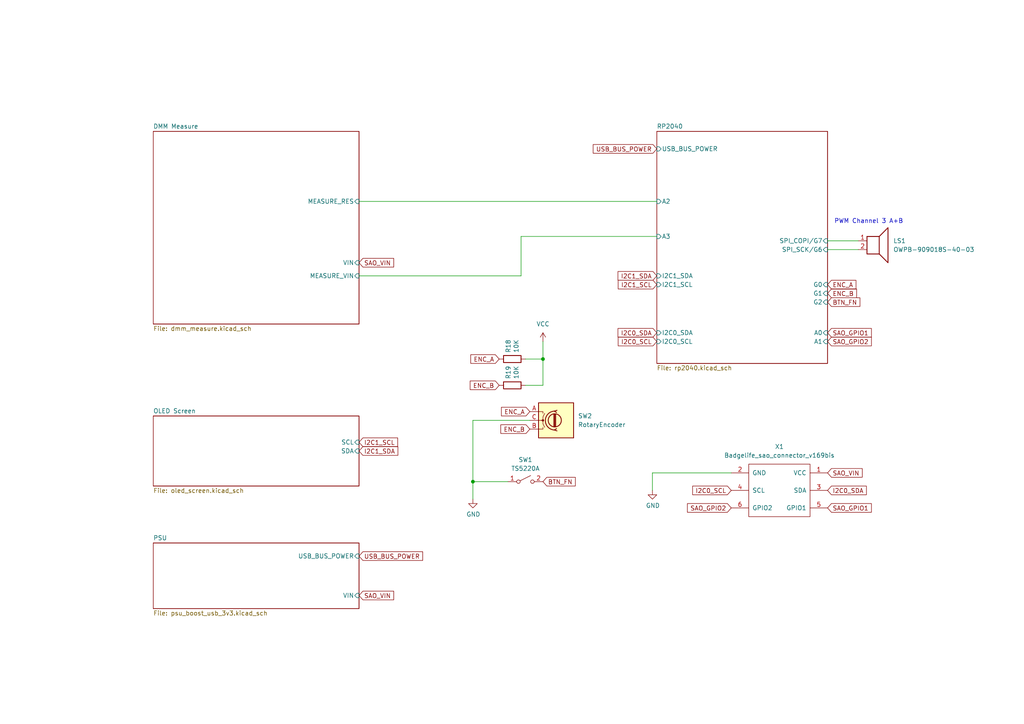
<source format=kicad_sch>
(kicad_sch (version 20241004) (generator "eeschema") (generator_version "8.99")
  (paper "A4")
  (title_block (title "DMM SAO") (date "2024-11-19") (rev "1.1") (company "HXR.DK") (comment 1 "CC-BY-SA"))
  (lib_symbols
    (symbol "Bornhack-Make-Tradition-Badge-rescue:GND" (power) (pin_names (offset 0))
      (property "Value" "GND" (at 0 -3.81 0))
      (symbol "GND_0_1"
        (polyline (pts (xy 0 0) (xy 0 -1.27) (xy 1.27 -1.27) (xy 0 -2.54) (xy -1.27 -1.27) (xy 0 -1.27)))
      )
      (symbol "GND_1_1"
        (pin power_in line (at 0 0 270) (length 0) (hide yes) (name "GND") (number "1"))
      )
    )
    (symbol "Bornhack-Make-Tradition-Badge-rescue:R" (pin_numbers (hide yes)) (pin_names (offset 0))
      (property "Reference" "R" (at 2.032 0 90))
      (property "Value" "R" (at 0 0 90))
      (symbol "R_0_1"
        (rectangle (start -1.016 -2.54) (end 1.016 2.54) (stroke (width 0.254)))
      )
      (symbol "R_1_1"
        (pin passive line (at 0 3.81 270) (length 1.27) (name "~") (number "1"))
        (pin passive line (at 0 -3.81 90) (length 1.27) (name "~") (number "2"))
      )
    )
    (symbol "Device:RotaryEncoder" (pin_names (offset 0.254) (hide yes))
      (property "Reference" "SW" (at 0 6.604 0))
      (property "Value" "RotaryEncoder" (at 0 -6.604 0))
      (symbol "RotaryEncoder_0_1"
        (rectangle (start -5.08 5.08) (end 5.08 -5.08) (stroke (width 0.254)) (fill (type background)))
        (polyline (pts (xy -5.08 2.54) (xy -3.81 2.54) (xy -3.81 2.032)))
        (polyline (pts (xy -5.08 0) (xy -3.81 0) (xy -3.81 -1.016) (xy -3.302 -2.032)))
        (polyline (pts (xy -5.08 -2.54) (xy -3.81 -2.54) (xy -3.81 -2.032)))
        (polyline (pts (xy -4.318 0) (xy -3.81 0) (xy -3.81 1.016) (xy -3.302 2.032)))
        (circle (center -3.81 0) (radius 0.254) (fill (type outline)))
        (polyline (pts (xy -0.635 -1.778) (xy -0.635 1.778)) (stroke (width 0.254)))
        (circle (center -0.381 0) (radius 1.905) (stroke (width 0.254)))
        (polyline (pts (xy -0.381 -1.778) (xy -0.381 1.778)) (stroke (width 0.254)))
        (arc (start -0.381 -2.794) (mid -3.0988 -0.0635) (end -0.381 2.667) (stroke (width 0.254)))
        (polyline (pts (xy -0.127 1.778) (xy -0.127 -1.778)) (stroke (width 0.254)))
        (polyline (pts (xy 0.254 2.921) (xy -0.508 2.667) (xy 0.127 2.286)) (stroke (width 0.254)))
        (polyline (pts (xy 0.254 -3.048) (xy -0.508 -2.794) (xy 0.127 -2.413)) (stroke (width 0.254)))
      )
      (symbol "RotaryEncoder_1_1"
        (pin passive line (at -7.62 2.54 0) (length 2.54) (name "A") (number "A"))
        (pin passive line (at -7.62 0 0) (length 2.54) (name "C") (number "C"))
        (pin passive line (at -7.62 -2.54 0) (length 2.54) (name "B") (number "B"))
      )
    )
    (symbol "Device:Speaker" (pin_names (offset 0) (hide yes))
      (property "Reference" "LS" (at 1.27 5.715 0))
      (property "Value" "Speaker" (at 1.27 3.81 0))
      (symbol "Speaker_0_0"
        (rectangle (start -2.54 1.27) (end 1.016 -3.81) (stroke (width 0.254)))
        (polyline (pts (xy 1.016 1.27) (xy 3.556 3.81) (xy 3.556 -6.35) (xy 1.016 -3.81)) (stroke (width 0.254)))
      )
      (symbol "Speaker_1_1"
        (pin input line (at -5.08 0 0) (length 2.54) (name "1") (number "1"))
        (pin input line (at -5.08 -2.54 0) (length 2.54) (name "2") (number "2"))
      )
    )
    (symbol "Switch:SW_SPST" (pin_names (offset 0) (hide yes))
      (property "Reference" "SW" (at 0 3.175 0))
      (property "Value" "SW_SPST" (at 0 -2.54 0))
      (symbol "SW_SPST_0_0"
        (circle (center -2.032 0) (radius 0.508))
        (polyline (pts (xy -1.524 0.254) (xy 1.524 1.778)))
        (circle (center 2.032 0) (radius 0.508))
      )
      (symbol "SW_SPST_1_1"
        (pin passive line (at -5.08 0 0) (length 2.54) (name "A") (number "1"))
        (pin passive line (at 5.08 0 180) (length 2.54) (name "B") (number "2"))
      )
    )
    (symbol "badgelife_shitty_addon_v169bis:Badgelife_sao_connector_v169bis" (pin_names (offset 1.016))
      (property "Reference" "X" (at 0 0 0))
      (property "Value" "Badgelife_sao_connector_v169bis" (at 0 20.32 0))
      (symbol "Badgelife_sao_connector_v169bis_0_1"
        (rectangle (start -7.62 8.89) (end 7.62 -8.89))
      )
      (symbol "Badgelife_sao_connector_v169bis_1_1"
        (pin input line (at -5.08 13.97 270) (length 5.08) (name "VCC") (number "1"))
        (pin input line (at -5.08 -13.97 90) (length 5.08) (name "GND") (number "2"))
        (pin input line (at 0 13.97 270) (length 5.08) (name "SDA") (number "3"))
        (pin input line (at 0 -13.97 90) (length 5.08) (name "SCL") (number "4"))
        (pin input line (at 5.08 13.97 270) (length 5.08) (name "GPIO1") (number "5"))
        (pin input line (at 5.08 -13.97 90) (length 5.08) (name "GPIO2") (number "6"))
      )
    )
    (symbol "power:VCC" (power) (pin_names (offset 0))
      (property "Value" "VCC" (at 0 3.81 0))
      (symbol "VCC_0_1"
        (polyline (pts (xy -0.762 1.27) (xy 0 2.54)))
        (polyline (pts (xy 0 2.54) (xy 0.762 1.27)))
        (polyline (pts (xy 0 0) (xy 0 2.54)))
      )
      (symbol "VCC_1_1"
        (pin power_in line (at 0 0 90) (length 0) (hide yes) (name "VCC") (number "1"))
      )
    )
  )
  (text "PWM Channel 3 A+B" (at 251.968 64.262 0) (effects (font (size 1.27 1.27))))
  (junction (at 157.48 104.14))
  (junction (at 137.16 139.7))
  (wire (pts (xy 137.16 144.78) (xy 137.16 139.7)))
  (wire (pts (xy 240.03 69.85) (xy 248.92 69.85)))
  (wire (pts (xy 189.23 142.24) (xy 189.23 137.16)))
  (wire (pts (xy 151.13 68.58) (xy 190.5 68.58)))
  (wire (pts (xy 104.14 80.01) (xy 151.13 80.01)))
  (wire (pts (xy 151.13 80.01) (xy 151.13 68.58)))
  (wire (pts (xy 137.16 121.92) (xy 153.67 121.92)))
  (wire (pts (xy 157.48 99.06) (xy 157.48 104.14)))
  (wire (pts (xy 137.16 139.7) (xy 147.32 139.7)))
  (wire (pts (xy 157.48 104.14) (xy 157.48 111.76)))
  (wire (pts (xy 104.14 58.42) (xy 190.5 58.42)))
  (wire (pts (xy 240.03 72.39) (xy 248.92 72.39)))
  (wire (pts (xy 189.23 137.16) (xy 212.09 137.16)))
  (wire (pts (xy 157.48 111.76) (xy 152.4 111.76)))
  (wire (pts (xy 152.4 104.14) (xy 157.48 104.14)))
  (wire (pts (xy 137.16 139.7) (xy 137.16 121.92)))
  (global_label "I2C0_SDA" (shape input) (at 190.5 96.52 180) (property "Intersheetrefs" "${INTERSHEET_REFS}" (effects (hide yes))))
  (global_label "ENC_A" (shape input) (at 153.67 119.38 180) (property "Intersheetrefs" "${INTERSHEET_REFS}" (effects (hide yes))))
  (global_label "I2C0_SCL" (shape input) (at 212.09 142.24 180) (property "Intersheetrefs" "${INTERSHEET_REFS}" (effects (hide yes))))
  (global_label "I2C1_SCL" (shape input) (at 104.14 128.27 0) (property "Intersheetrefs" "${INTERSHEET_REFS}" (effects (hide yes))))
  (global_label "BTN_FN" (shape input) (at 240.03 87.63 0) (property "Intersheetrefs" "${INTERSHEET_REFS}" (effects (hide yes))))
  (global_label "SAO_GPIO1" (shape input) (at 240.03 96.52 0) (property "Intersheetrefs" "${INTERSHEET_REFS}" (effects (hide yes))))
  (global_label "BTN_FN" (shape input) (at 157.48 139.7 0) (property "Intersheetrefs" "${INTERSHEET_REFS}" (effects (hide yes))))
  (global_label "ENC_B" (shape input) (at 153.67 124.46 180) (property "Intersheetrefs" "${INTERSHEET_REFS}" (effects (hide yes))))
  (global_label "ENC_B" (shape input) (at 240.03 85.09 0) (property "Intersheetrefs" "${INTERSHEET_REFS}" (effects (hide yes))))
  (global_label "SAO_GPIO2" (shape input) (at 240.03 99.06 0) (property "Intersheetrefs" "${INTERSHEET_REFS}" (effects (hide yes))))
  (global_label "USB_BUS_POWER" (shape input) (at 104.14 161.29 0) (property "Intersheetrefs" "${INTERSHEET_REFS}" (effects (hide yes))))
  (global_label "ENC_B" (shape input) (at 144.78 111.76 180) (property "Intersheetrefs" "${INTERSHEET_REFS}" (effects (hide yes))))
  (global_label "SAO_GPIO2" (shape input) (at 212.09 147.32 180) (property "Intersheetrefs" "${INTERSHEET_REFS}" (effects (hide yes))))
  (global_label "SAO_VIN" (shape input) (at 104.14 172.72 0) (property "Intersheetrefs" "${INTERSHEET_REFS}" (effects (hide yes))))
  (global_label "SAO_GPIO1" (shape input) (at 240.03 147.32 0) (property "Intersheetrefs" "${INTERSHEET_REFS}" (effects (hide yes))))
  (global_label "SAO_VIN" (shape input) (at 240.03 137.16 0) (property "Intersheetrefs" "${INTERSHEET_REFS}" (effects (hide yes))))
  (global_label "I2C1_SDA" (shape input) (at 104.14 130.81 0) (property "Intersheetrefs" "${INTERSHEET_REFS}" (effects (hide yes))))
  (global_label "SAO_VIN" (shape input) (at 104.14 76.2 0) (property "Intersheetrefs" "${INTERSHEET_REFS}" (effects (hide yes))))
  (global_label "I2C0_SCL" (shape input) (at 190.5 99.06 180) (property "Intersheetrefs" "${INTERSHEET_REFS}" (effects (hide yes))))
  (global_label "I2C1_SCL" (shape input) (at 190.5 82.55 180) (property "Intersheetrefs" "${INTERSHEET_REFS}" (effects (hide yes))))
  (global_label "I2C1_SDA" (shape input) (at 190.5 80.01 180) (property "Intersheetrefs" "${INTERSHEET_REFS}" (effects (hide yes))))
  (global_label "ENC_A" (shape input) (at 144.78 104.14 180) (property "Intersheetrefs" "${INTERSHEET_REFS}" (effects (hide yes))))
  (global_label "USB_BUS_POWER" (shape input) (at 190.5 43.18 180) (property "Intersheetrefs" "${INTERSHEET_REFS}" (effects (hide yes))))
  (global_label "I2C0_SDA" (shape input) (at 240.03 142.24 0) (property "Intersheetrefs" "${INTERSHEET_REFS}" (effects (hide yes))))
  (global_label "ENC_A" (shape input) (at 240.03 82.55 0) (property "Intersheetrefs" "${INTERSHEET_REFS}" (effects (hide yes))))
  (symbol (lib_id "Switch:SW_SPST") (at 152.4 139.7 0) (unit 1)
    (property "Reference" "SW1" (at 152.4 133.35 0))
    (property "Value" "TS5220A" (at 152.4 135.89 0))
    (property "Footprint" "Button_Switch_SMD:SW_SPST_TL3342" (effects (hide yes)))
    (property "Description" "Single Pole Single Throw (SPST) switch" (effects (hide yes)))
  )
  (symbol (lib_id "Device:Speaker") (at 254 69.85 0) (unit 1)
    (property "Reference" "LS1" (at 259.08 69.8499 0) (effects (justify left)))
    (property "Value" "OWPB-909018S-40-03" (at 259.08 72.3899 0) (effects (justify left)))
    (property "Footprint" "Buzzer_Beeper:Buzzer_CUI_CPT-9019S-SMT" (effects (hide yes)))
    (property "Description" "Speaker" (effects (hide yes)))
  )
  (symbol (lib_id "Bornhack-Make-Tradition-Badge-rescue:GND") (at 137.16 144.78 0) (unit 1)
    (property "Reference" "#PWR01" (effects (hide yes)))
    (property "Value" "GND" (at 137.287 149.1742 0))
  )
  (symbol (lib_id "power:VCC") (at 157.48 99.06 0) (unit 1)
    (property "Reference" "#PWR058" (effects (hide yes)))
    (property "Value" "VCC" (at 157.48 93.98 0))
  )
  (symbol (lib_id "Device:RotaryEncoder") (at 161.29 121.92 0) (unit 1)
    (property "Reference" "SW2" (at 167.64 120.6499 0) (effects (justify left)))
    (property "Value" "RotaryEncoder" (at 167.64 123.1899 0) (effects (justify left)))
    (property "Footprint" "Buttons:EVQ-VV" (effects (hide yes)))
    (property "Description" "Rotary encoder, dual channel, incremental quadrate outputs" (effects (hide yes)))
  )
  (symbol (lib_id "badgelife_shitty_addon_v169bis:Badgelife_sao_connector_v169bis") (at 226.06 142.24 270) (unit 1)
    (property "Reference" "X1" (at 226.06 129.54 90))
    (property "Value" "Badgelife_sao_connector_v169bis" (at 226.06 132.08 90))
    (property "Footprint" "badgelife_sao_v169bis:Badgelife-SAOv169-SAO-2x3" (effects (hide yes)))
  )
  (symbol (lib_id "Bornhack-Make-Tradition-Badge-rescue:R") (at 148.59 111.76 90) (unit 1)
    (property "Reference" "R19" (at 147.4216 109.982 0) (effects (justify left)))
    (property "Value" "10K" (at 149.733 109.982 0) (effects (justify left)))
    (property "Footprint" "Resistor_SMD:R_0603_1608Metric" (effects (hide yes)))
  )
  (symbol (lib_id "Bornhack-Make-Tradition-Badge-rescue:GND") (at 189.23 142.24 0) (unit 1)
    (property "Reference" "#PWR02" (effects (hide yes)))
    (property "Value" "GND" (at 189.357 146.6342 0))
  )
  (symbol (lib_id "Bornhack-Make-Tradition-Badge-rescue:R") (at 148.59 104.14 90) (unit 1)
    (property "Reference" "R18" (at 147.4216 102.362 0) (effects (justify left)))
    (property "Value" "10K" (at 149.733 102.362 0) (effects (justify left)))
    (property "Footprint" "Resistor_SMD:R_0603_1608Metric" (effects (hide yes)))
  )
  (sheet (at 44.45 157.48) (size 59.69 19.05) (stroke (width 0.1524))
    (property "Sheetname" "PSU" (at 44.45 156.7684 0) (effects (justify left bottom)))
    (property "Sheetfile" "psu_boost_usb_3v3.kicad_sch" (at 44.45 177.1146 0) (effects (justify left top)))
    (pin "VIN" input (at 104.14 172.72 0))
    (pin "USB_BUS_POWER" input (at 104.14 161.29 0))
  )
  (sheet (at 44.45 38.1) (size 59.69 55.88) (stroke (width 0.1524))
    (property "Sheetname" "DMM Measure" (at 44.45 37.3884 0) (effects (justify left bottom)))
    (property "Sheetfile" "dmm_measure.kicad_sch" (at 44.45 94.5646 0) (effects (justify left top)))
    (pin "VIN" input (at 104.14 76.2 0))
    (pin "MEASURE_RES" input (at 104.14 58.42 0))
    (pin "MEASURE_VIN" input (at 104.14 80.01 0))
  )
  (sheet (at 44.45 120.65) (size 59.69 20.32) (stroke (width 0.1524))
    (property "Sheetname" "OLED Screen" (at 44.45 119.9384 0) (effects (justify left bottom)))
    (property "Sheetfile" "oled_screen.kicad_sch" (at 44.45 141.5546 0) (effects (justify left top)))
    (pin "SCL" input (at 104.14 128.27 0))
    (pin "SDA" input (at 104.14 130.81 0))
  )
  (sheet (at 190.5 38.1) (size 49.53 67.31) (stroke (width 0.1524))
    (property "Sheetname" "RP2040" (at 190.5 37.3884 0) (effects (justify left bottom)))
    (property "Sheetfile" "rp2040.kicad_sch" (at 190.5 105.9946 0) (effects (justify left top)))
    (pin "I2C1_SDA" input (at 190.5 80.01 180))
    (pin "I2C1_SCL" input (at 190.5 82.55 180))
    (pin "I2C0_SDA" input (at 190.5 96.52 180))
    (pin "I2C0_SCL" input (at 190.5 99.06 180))
    (pin "A0" input (at 240.03 96.52 0))
    (pin "A1" input (at 240.03 99.06 0))
    (pin "USB_BUS_POWER" input (at 190.5 43.18 180))
    (pin "A2" input (at 190.5 58.42 180))
    (pin "A3" input (at 190.5 68.58 180))
    (pin "G0" input (at 240.03 82.55 0))
    (pin "G1" input (at 240.03 85.09 0))
    (pin "G2" input (at 240.03 87.63 0))
    (pin "SPI_SCK{slash}G6" input (at 240.03 72.39 0))
    (pin "SPI_COPI{slash}G7" input (at 240.03 69.85 0))
  )
)
</source>
